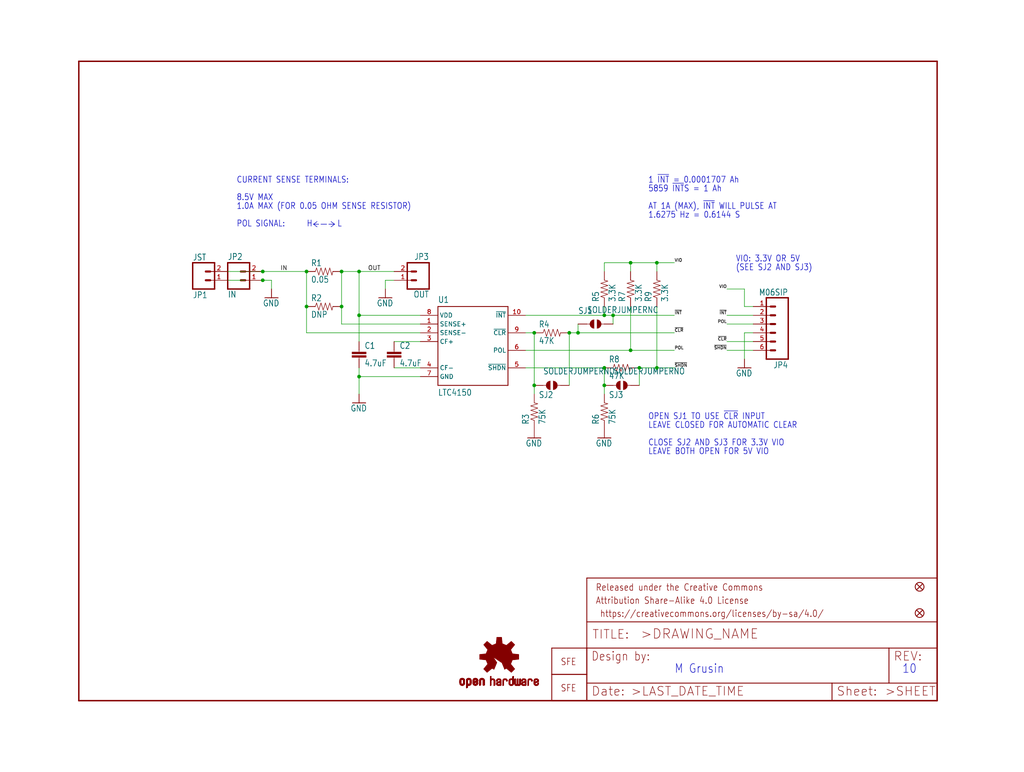
<source format=kicad_sch>
(kicad_sch (version 20211123) (generator eeschema)
  (paper "User" 297.002 223.926)
  (lib_symbols
    (symbol "eagleSchem-eagle-import:CAP0603-CAP"
      (property "Reference" "C" (at 1.524 2.921 0))
      (property "Value" "CAP0603-CAP" (at 1.524 -2.159 0))
      (symbol "CAP0603-CAP_1_0"
        (pin passive line (at 0 5.08 270) (length 2.54) (name "1") (number "1"))
        (pin passive line (at 0 -2.54 90) (length 2.54) (name "2") (number "2"))
      )
    )
    (symbol "eagleSchem-eagle-import:FIDUCIAL1X2")
    (symbol "eagleSchem-eagle-import:FRAME-LETTER"
      (symbol "FRAME-LETTER_2_0"
        (text " https://creativecommons.org/licenses/by-sa/4.0/" (at 2.54 24.13 0) (effects (font (size 1.9304 1.6408)) (justify left bottom)))
        (text ">DRAWING_NAME" (at 15.494 17.78 0) (effects (font (size 2.7432 2.7432)) (justify left bottom)))
        (text ">LAST_DATE_TIME" (at 12.7 1.27 0) (effects (font (size 2.54 2.54)) (justify left bottom)))
        (text ">SHEET" (at 86.36 1.27 0) (effects (font (size 2.54 2.54)) (justify left bottom)))
        (text "Attribution Share-Alike 4.0 License" (at 2.54 27.94 0) (effects (font (size 1.9304 1.6408)) (justify left bottom)))
        (text "Date:" (at 1.27 1.27 0) (effects (font (size 2.54 2.54)) (justify left bottom)))
        (text "Design by:" (at 1.27 11.43 0) (effects (font (size 2.54 2.159)) (justify left bottom)))
        (text "Released under the Creative Commons" (at 2.54 31.75 0) (effects (font (size 1.9304 1.6408)) (justify left bottom)))
        (text "REV:" (at 88.9 11.43 0) (effects (font (size 2.54 2.54)) (justify left bottom)))
        (text "Sheet:" (at 72.39 1.27 0) (effects (font (size 2.54 2.54)) (justify left bottom)))
        (text "TITLE:" (at 1.524 17.78 0) (effects (font (size 2.54 2.54)) (justify left bottom)))
      )
    )
    (symbol "eagleSchem-eagle-import:GND" (power)
      (property "Value" "GND" (at -2.54 -2.54 0))
      (symbol "GND_1_0"
        (pin power_in line (at 0 2.54 270) (length 2.54) (name "GND") (number "1"))
      )
    )
    (symbol "eagleSchem-eagle-import:LOGO-SFENW2"
      (symbol "LOGO-SFENW2_1_0"
        (text "SFE" (at 0 0 0) (effects (font (size 1.9304 1.6408)) (justify left bottom)))
      )
    )
    (symbol "eagleSchem-eagle-import:LOGO-SFESK"
      (symbol "LOGO-SFESK_1_0"
        (text "SFE" (at 0 0 0) (effects (font (size 1.9304 1.6408)) (justify left bottom)))
      )
    )
    (symbol "eagleSchem-eagle-import:LTC4150"
      (property "Reference" "U" (at -10.16 13.716 0))
      (property "Value" "LTC4150" (at -10.16 -13.208 0))
      (symbol "LTC4150_1_0"
        (pin bidirectional line (at -15.24 7.62 0) (length 5.08) (name "SENSE+") (number "1"))
        (pin bidirectional line (at 15.24 10.16 180) (length 5.08) (name "~{INT}") (number "10"))
        (pin bidirectional line (at -15.24 5.08 0) (length 5.08) (name "SENSE-") (number "2"))
        (pin bidirectional line (at -15.24 2.54 0) (length 5.08) (name "CF+") (number "3"))
        (pin bidirectional line (at -15.24 -5.08 0) (length 5.08) (name "CF-") (number "4"))
        (pin input line (at 15.24 -5.08 180) (length 5.08) (name "~{SHDN}") (number "5"))
        (pin bidirectional line (at 15.24 0 180) (length 5.08) (name "POL") (number "6"))
        (pin power_in line (at -15.24 -7.62 0) (length 5.08) (name "GND") (number "7"))
        (pin power_in line (at -15.24 10.16 0) (length 5.08) (name "VDD") (number "8"))
        (pin bidirectional line (at 15.24 5.08 180) (length 5.08) (name "~{CLR}") (number "9"))
      )
    )
    (symbol "eagleSchem-eagle-import:M02-JST-2MM-SMT"
      (property "Reference" "JP" (at -2.54 5.842 0))
      (property "Value" "M02-JST-2MM-SMT" (at -2.54 -5.08 0))
      (symbol "M02-JST-2MM-SMT_1_0"
        (pin passive line (at 7.62 2.54 180) (length 5.08) (name "2") (number "1"))
        (pin passive line (at 7.62 0 180) (length 5.08) (name "1") (number "2"))
      )
    )
    (symbol "eagleSchem-eagle-import:M02PTH"
      (property "Reference" "JP" (at -2.54 5.842 0))
      (property "Value" "M02PTH" (at -2.54 -5.08 0))
      (symbol "M02PTH_1_0"
        (pin passive line (at 7.62 0 180) (length 5.08) (name "1") (number "1"))
        (pin passive line (at 7.62 2.54 180) (length 5.08) (name "2") (number "2"))
      )
    )
    (symbol "eagleSchem-eagle-import:M06SIP"
      (property "Reference" "JP" (at -5.08 10.922 0))
      (property "Value" "M06SIP" (at -5.08 -10.16 0))
      (symbol "M06SIP_1_0"
        (pin passive line (at 5.08 -5.08 180) (length 5.08) (name "1") (number "1"))
        (pin passive line (at 5.08 -2.54 180) (length 5.08) (name "2") (number "2"))
        (pin passive line (at 5.08 0 180) (length 5.08) (name "3") (number "3"))
        (pin passive line (at 5.08 2.54 180) (length 5.08) (name "4") (number "4"))
        (pin passive line (at 5.08 5.08 180) (length 5.08) (name "5") (number "5"))
        (pin passive line (at 5.08 7.62 180) (length 5.08) (name "6") (number "6"))
      )
    )
    (symbol "eagleSchem-eagle-import:OSHW-LOGOS")
    (symbol "eagleSchem-eagle-import:RESISTOR0603-RES"
      (property "Reference" "R" (at -3.81 1.4986 0))
      (property "Value" "RESISTOR0603-RES" (at -3.81 -3.302 0))
      (symbol "RESISTOR0603-RES_1_0"
        (pin passive line (at -5.08 0 0) (length 2.54) (name "1") (number "1"))
        (pin passive line (at 5.08 0 180) (length 2.54) (name "2") (number "2"))
      )
    )
    (symbol "eagleSchem-eagle-import:RESISTOR1206"
      (property "Reference" "R" (at -3.81 1.4986 0))
      (property "Value" "RESISTOR1206" (at -3.81 -3.302 0))
      (symbol "RESISTOR1206_1_0"
        (pin passive line (at -5.08 0 0) (length 2.54) (name "1") (number "1"))
        (pin passive line (at 5.08 0 180) (length 2.54) (name "2") (number "2"))
      )
    )
    (symbol "eagleSchem-eagle-import:RESISTORAXIAL-0.3"
      (property "Reference" "R" (at -3.81 1.4986 0))
      (property "Value" "RESISTORAXIAL-0.3" (at -3.81 -3.302 0))
      (symbol "RESISTORAXIAL-0.3_1_0"
        (pin passive line (at -5.08 0 0) (length 2.54) (name "1") (number "P$1"))
        (pin passive line (at 5.08 0 180) (length 2.54) (name "2") (number "P$2"))
      )
    )
    (symbol "eagleSchem-eagle-import:SOLDERJUMPERNC"
      (property "Reference" "SJ" (at -2.54 2.54 0))
      (property "Value" "SOLDERJUMPERNC" (at -2.54 -5.08 0))
      (symbol "SOLDERJUMPERNC_1_0"
        (pin passive line (at -5.08 0 0) (length 2.54) (name "1") (number "1"))
        (pin passive line (at 5.08 0 180) (length 2.54) (name "2") (number "2"))
      )
    )
    (symbol "eagleSchem-eagle-import:SOLDERJUMPERNO"
      (property "Reference" "SJ" (at -2.54 2.54 0))
      (property "Value" "SOLDERJUMPERNO" (at -2.54 -5.08 0))
      (symbol "SOLDERJUMPERNO_1_0"
        (pin passive line (at -5.08 0 0) (length 2.54) (name "1") (number "1"))
        (pin passive line (at 5.08 0 180) (length 2.54) (name "2") (number "2"))
      )
    )
  )
  (junction (at 154.94 111.76))
  (junction (at 154.94 96.52))
  (junction (at 88.9 78.74))
  (junction (at 88.9 88.9))
  (junction (at 177.8 91.44))
  (junction (at 99.06 78.74))
  (junction (at 76.2 81.28))
  (junction (at 104.14 91.44))
  (junction (at 185.42 106.68))
  (junction (at 167.64 96.52))
  (junction (at 104.14 78.74))
  (junction (at 175.26 91.44))
  (junction (at 175.26 106.68))
  (junction (at 190.5 76.2))
  (junction (at 76.2 78.74))
  (junction (at 182.88 101.6))
  (junction (at 104.14 109.22))
  (junction (at 99.06 88.9))
  (junction (at 190.5 106.68))
  (junction (at 175.26 111.76))
  (junction (at 182.88 76.2))
  (junction (at 165.1 96.52))
  (wire (pts (xy 154.94 114.3) (xy 154.94 111.76)))
  (wire (pts (xy 175.26 91.44) (xy 177.8 91.44)))
  (wire (pts (xy 177.8 93.98) (xy 177.8 91.44)))
  (wire (pts (xy 99.06 93.98) (xy 121.92 93.98)))
  (wire (pts (xy 215.9 104.14) (xy 215.9 96.52)))
  (wire (pts (xy 99.06 88.9) (xy 99.06 93.98)))
  (wire (pts (xy 182.88 88.9) (xy 182.88 101.6)))
  (wire (pts (xy 175.26 88.9) (xy 175.26 91.44)))
  (wire (pts (xy 121.92 96.52) (xy 88.9 96.52)))
  (wire (pts (xy 104.14 109.22) (xy 104.14 106.68)))
  (wire (pts (xy 78.74 81.28) (xy 76.2 81.28)))
  (wire (pts (xy 88.9 88.9) (xy 88.9 96.52)))
  (wire (pts (xy 114.3 99.06) (xy 121.92 99.06)))
  (polyline (pts (xy 90.932 65.024) (xy 91.948 65.786)))
  (wire (pts (xy 114.3 81.28) (xy 111.76 81.28)))
  (wire (pts (xy 76.2 78.74) (xy 88.9 78.74)))
  (wire (pts (xy 175.26 78.74) (xy 175.26 76.2)))
  (wire (pts (xy 175.26 106.68) (xy 152.4 106.68)))
  (wire (pts (xy 215.9 96.52) (xy 218.44 96.52)))
  (wire (pts (xy 154.94 111.76) (xy 154.94 96.52)))
  (wire (pts (xy 165.1 96.52) (xy 167.64 96.52)))
  (wire (pts (xy 78.74 81.28) (xy 78.74 83.82)))
  (wire (pts (xy 114.3 78.74) (xy 104.14 78.74)))
  (wire (pts (xy 182.88 101.6) (xy 195.58 101.6)))
  (wire (pts (xy 104.14 91.44) (xy 121.92 91.44)))
  (wire (pts (xy 177.8 91.44) (xy 195.58 91.44)))
  (wire (pts (xy 218.44 101.6) (xy 210.82 101.6)))
  (wire (pts (xy 185.42 106.68) (xy 190.5 106.68)))
  (wire (pts (xy 175.26 76.2) (xy 182.88 76.2)))
  (wire (pts (xy 218.44 99.06) (xy 210.82 99.06)))
  (wire (pts (xy 167.64 96.52) (xy 195.58 96.52)))
  (wire (pts (xy 190.5 88.9) (xy 190.5 106.68)))
  (wire (pts (xy 165.1 96.52) (xy 165.1 111.76)))
  (wire (pts (xy 215.9 88.9) (xy 215.9 83.82)))
  (wire (pts (xy 182.88 76.2) (xy 190.5 76.2)))
  (wire (pts (xy 104.14 91.44) (xy 104.14 78.74)))
  (polyline (pts (xy 90.932 65.024) (xy 91.948 64.262)))
  (wire (pts (xy 175.26 114.3) (xy 175.26 111.76)))
  (wire (pts (xy 215.9 83.82) (xy 210.82 83.82)))
  (wire (pts (xy 121.92 109.22) (xy 104.14 109.22)))
  (polyline (pts (xy 97.028 65.024) (xy 96.012 65.786)))
  (wire (pts (xy 99.06 78.74) (xy 99.06 88.9)))
  (polyline (pts (xy 96.012 64.262) (xy 97.028 65.024)))
  (wire (pts (xy 104.14 109.22) (xy 104.14 114.3)))
  (wire (pts (xy 218.44 93.98) (xy 210.82 93.98)))
  (wire (pts (xy 167.64 93.98) (xy 167.64 96.52)))
  (wire (pts (xy 218.44 88.9) (xy 215.9 88.9)))
  (wire (pts (xy 182.88 78.74) (xy 182.88 76.2)))
  (wire (pts (xy 190.5 106.68) (xy 195.58 106.68)))
  (wire (pts (xy 99.06 78.74) (xy 104.14 78.74)))
  (wire (pts (xy 154.94 96.52) (xy 152.4 96.52)))
  (wire (pts (xy 185.42 111.76) (xy 185.42 106.68)))
  (wire (pts (xy 111.76 81.28) (xy 111.76 83.82)))
  (polyline (pts (xy 97.028 65.024) (xy 90.932 65.024)))
  (wire (pts (xy 152.4 91.44) (xy 175.26 91.44)))
  (wire (pts (xy 88.9 88.9) (xy 88.9 78.74)))
  (wire (pts (xy 175.26 106.68) (xy 175.26 111.76)))
  (wire (pts (xy 66.04 78.74) (xy 76.2 78.74)))
  (wire (pts (xy 152.4 101.6) (xy 182.88 101.6)))
  (wire (pts (xy 190.5 78.74) (xy 190.5 76.2)))
  (wire (pts (xy 218.44 91.44) (xy 210.82 91.44)))
  (wire (pts (xy 66.04 81.28) (xy 76.2 81.28)))
  (wire (pts (xy 104.14 99.06) (xy 104.14 91.44)))
  (wire (pts (xy 121.92 106.68) (xy 114.3 106.68)))
  (wire (pts (xy 190.5 76.2) (xy 195.58 76.2)))
  (text "10" (at 261.62 195.58 180) (effects (font (size 2.54 2.159)) (justify left bottom)))
  (text "M Grusin" (at 195.58 195.58 180) (effects (font (size 2.54 2.159)) (justify left bottom)))
  (text "(SEE SJ2 AND SJ3)" (at 213.36 78.74 180) (effects (font (size 1.778 1.5113)) (justify left bottom)))
  (text "CLOSE SJ2 AND SJ3 FOR 3.3V VIO" (at 187.96 129.54 180) (effects (font (size 1.778 1.5113)) (justify left bottom)))
  (text "POL SIGNAL:" (at 68.58 66.04 180) (effects (font (size 1.778 1.5113)) (justify left bottom)))
  (text "VIO: 3.3V OR 5V" (at 213.36 76.2 180) (effects (font (size 1.778 1.5113)) (justify left bottom)))
  (text "H" (at 88.9 66.04 180) (effects (font (size 1.778 1.5113)) (justify left bottom)))
  (text "1.0A MAX (FOR 0.05 OHM SENSE RESISTOR)" (at 68.58 60.96 180) (effects (font (size 1.778 1.5113)) (justify left bottom)))
  (text "OPEN SJ1 TO USE ~{CLR} INPUT" (at 187.96 121.92 180) (effects (font (size 1.778 1.5113)) (justify left bottom)))
  (text "LEAVE CLOSED FOR AUTOMATIC CLEAR" (at 187.96 124.46 180) (effects (font (size 1.778 1.5113)) (justify left bottom)))
  (text "8.5V MAX" (at 68.58 58.42 180) (effects (font (size 1.778 1.5113)) (justify left bottom)))
  (text "5859 ~{INT}S = 1 Ah" (at 187.96 55.88 180) (effects (font (size 1.778 1.5113)) (justify left bottom)))
  (text "1 ~{INT} = 0.0001707 Ah" (at 187.96 53.34 180) (effects (font (size 1.778 1.5113)) (justify left bottom)))
  (text "L" (at 97.79 66.04 180) (effects (font (size 1.778 1.5113)) (justify left bottom)))
  (text "LEAVE BOTH OPEN FOR 5V VIO" (at 187.96 132.08 180) (effects (font (size 1.778 1.5113)) (justify left bottom)))
  (text "1.6275 Hz = 0.6144 S" (at 187.96 63.5 180) (effects (font (size 1.778 1.5113)) (justify left bottom)))
  (text "CURRENT SENSE TERMINALS:" (at 68.58 53.34 180) (effects (font (size 1.778 1.5113)) (justify left bottom)))
  (text "AT 1A (MAX), ~{INT} WILL PULSE AT" (at 187.96 60.96 180) (effects (font (size 1.778 1.5113)) (justify left bottom)))
  (label "~{SHDN}" (at 210.82 101.6 180) (effects (font (size 0.889 0.889))))
  (label "OUT" (at 106.68 78.74 0) (effects (font (size 1.2446 1.2446))))
  (label "~{INT}" (at 195.58 91.44 0) (effects (font (size 0.889 0.889))))
  (label "~{CLR}" (at 195.58 96.52 0) (effects (font (size 0.889 0.889))))
  (label "POL" (at 210.82 93.98 180) (effects (font (size 0.889 0.889))))
  (label "~{SHDN}" (at 195.58 106.68 0) (effects (font (size 0.889 0.889))))
  (label "VIO" (at 195.58 76.2 0) (effects (font (size 0.889 0.889))))
  (label "IN" (at 81.28 78.74 0) (effects (font (size 1.2446 1.2446))))
  (label "VIO" (at 210.82 83.82 180) (effects (font (size 0.889 0.889))))
  (label "~{CLR}" (at 210.82 99.06 180) (effects (font (size 0.889 0.889))))
  (label "~{INT}" (at 210.82 91.44 180) (effects (font (size 0.889 0.889))))
  (label "POL" (at 195.58 101.6 0) (effects (font (size 0.889 0.889))))
  (symbol (lib_id "eagleSchem-eagle-import:SOLDERJUMPERNO") (at 180.34 111.76 0) (mirror x) (unit 1)
    (property "Reference" "SJ3" (at 176.53 113.538 0) (effects (font (size 1.778 1.5113)) (justify left bottom)))
    (property "Value" "SOLDERJUMPERNO" (at 177.8 106.68 0) (effects (font (size 1.778 1.5113)) (justify left bottom)))
    (property "Footprint" "eagleSchem:SJ_2S-NO" (effects hide))
  )
  (symbol (lib_id "eagleSchem-eagle-import:CAP0603-CAP") (at 104.14 104.14 0) (unit 1)
    (property "Reference" "C1" (at 105.664 101.219 0) (effects (font (size 1.778 1.5113)) (justify left bottom)))
    (property "Value" "4.7uF" (at 105.664 106.299 0) (effects (font (size 1.778 1.5113)) (justify left bottom)))
    (property "Footprint" "eagleSchem:0603-CAP" (effects hide))
  )
  (symbol (lib_id "eagleSchem-eagle-import:RESISTOR0603-RES") (at 175.26 83.82 90) (unit 1)
    (property "Reference" "R5" (at 173.7614 87.63 0) (effects (font (size 1.778 1.5113)) (justify left bottom)))
    (property "Value" "3.3K" (at 178.562 87.63 0) (effects (font (size 1.778 1.5113)) (justify left bottom)))
    (property "Footprint" "eagleSchem:0603-RES" (effects hide))
  )
  (symbol (lib_id "eagleSchem-eagle-import:LOGO-SFENW2") (at 162.56 193.04 0) (unit 1)
    (property "Reference" "LOGO2" (effects hide))
    (property "Value" "LOGO-SFENW2" (effects hide))
    (property "Footprint" "eagleSchem:SFE-NEW-WEB" (effects hide))
  )
  (symbol (lib_id "eagleSchem-eagle-import:RESISTOR0603-RES") (at 160.02 96.52 0) (unit 1)
    (property "Reference" "R4" (at 156.21 95.0214 0) (effects (font (size 1.778 1.5113)) (justify left bottom)))
    (property "Value" "47K" (at 156.21 99.822 0) (effects (font (size 1.778 1.5113)) (justify left bottom)))
    (property "Footprint" "eagleSchem:0603-RES" (effects hide))
  )
  (symbol (lib_id "eagleSchem-eagle-import:SOLDERJUMPERNC") (at 172.72 93.98 0) (mirror x) (unit 1)
    (property "Reference" "SJ1" (at 167.64 89.154 0) (effects (font (size 1.778 1.5113)) (justify left bottom)))
    (property "Value" "SOLDERJUMPERNC" (at 170.18 88.9 0) (effects (font (size 1.778 1.5113)) (justify left bottom)))
    (property "Footprint" "eagleSchem:SJ_2S" (effects hide))
  )
  (symbol (lib_id "eagleSchem-eagle-import:RESISTOR1206") (at 93.98 78.74 0) (unit 1)
    (property "Reference" "R1" (at 90.17 77.2414 0) (effects (font (size 1.778 1.5113)) (justify left bottom)))
    (property "Value" "0.05" (at 90.17 82.042 0) (effects (font (size 1.778 1.5113)) (justify left bottom)))
    (property "Footprint" "eagleSchem:1206" (effects hide))
  )
  (symbol (lib_id "eagleSchem-eagle-import:FRAME-LETTER") (at 170.18 203.2 0) (unit 2)
    (property "Reference" "FRAME1" (effects hide))
    (property "Value" "FRAME-LETTER" (effects hide))
    (property "Footprint" "eagleSchem:CREATIVE_COMMONS" (effects hide))
  )
  (symbol (lib_id "eagleSchem-eagle-import:RESISTORAXIAL-0.3") (at 93.98 88.9 0) (unit 1)
    (property "Reference" "R2" (at 90.17 87.4014 0) (effects (font (size 1.778 1.5113)) (justify left bottom)))
    (property "Value" "DNP" (at 90.17 92.202 0) (effects (font (size 1.778 1.5113)) (justify left bottom)))
    (property "Footprint" "eagleSchem:AXIAL-0.3" (effects hide))
  )
  (symbol (lib_id "eagleSchem-eagle-import:GND") (at 78.74 86.36 0) (unit 1)
    (property "Reference" "#GND4" (effects hide))
    (property "Value" "GND" (at 76.2 88.9 0) (effects (font (size 1.778 1.5113)) (justify left bottom)))
    (property "Footprint" "eagleSchem:" (effects hide))
  )
  (symbol (lib_id "eagleSchem-eagle-import:GND") (at 104.14 116.84 0) (unit 1)
    (property "Reference" "#GND3" (effects hide))
    (property "Value" "GND" (at 101.6 119.38 0) (effects (font (size 1.778 1.5113)) (justify left bottom)))
    (property "Footprint" "eagleSchem:" (effects hide))
  )
  (symbol (lib_id "eagleSchem-eagle-import:LOGO-SFESK") (at 162.56 200.66 0) (unit 1)
    (property "Reference" "LOGO3" (effects hide))
    (property "Value" "LOGO-SFESK" (effects hide))
    (property "Footprint" "eagleSchem:SFE-LOGO-FLAME" (effects hide))
  )
  (symbol (lib_id "eagleSchem-eagle-import:RESISTOR0603-RES") (at 182.88 83.82 90) (unit 1)
    (property "Reference" "R7" (at 181.3814 87.63 0) (effects (font (size 1.778 1.5113)) (justify left bottom)))
    (property "Value" "3.3K" (at 186.182 87.63 0) (effects (font (size 1.778 1.5113)) (justify left bottom)))
    (property "Footprint" "eagleSchem:0603-RES" (effects hide))
  )
  (symbol (lib_id "eagleSchem-eagle-import:M02PTH") (at 121.92 81.28 0) (mirror y) (unit 1)
    (property "Reference" "JP3" (at 124.46 75.438 0) (effects (font (size 1.778 1.5113)) (justify left bottom)))
    (property "Value" "OUT" (at 124.46 86.36 0) (effects (font (size 1.778 1.5113)) (justify left bottom)))
    (property "Footprint" "eagleSchem:1X02" (effects hide))
  )
  (symbol (lib_id "eagleSchem-eagle-import:M02PTH") (at 68.58 81.28 0) (unit 1)
    (property "Reference" "JP2" (at 66.04 75.438 0) (effects (font (size 1.778 1.5113)) (justify left bottom)))
    (property "Value" "IN" (at 66.04 86.36 0) (effects (font (size 1.778 1.5113)) (justify left bottom)))
    (property "Footprint" "eagleSchem:1X02" (effects hide))
  )
  (symbol (lib_id "eagleSchem-eagle-import:GND") (at 111.76 86.36 0) (unit 1)
    (property "Reference" "#GND5" (effects hide))
    (property "Value" "GND" (at 109.22 88.9 0) (effects (font (size 1.778 1.5113)) (justify left bottom)))
    (property "Footprint" "eagleSchem:" (effects hide))
  )
  (symbol (lib_id "eagleSchem-eagle-import:M06SIP") (at 223.52 93.98 180) (unit 1)
    (property "Reference" "JP4" (at 228.6 104.902 0) (effects (font (size 1.778 1.5113)) (justify left bottom)))
    (property "Value" "M06SIP" (at 228.6 83.82 0) (effects (font (size 1.778 1.5113)) (justify left bottom)))
    (property "Footprint" "eagleSchem:1X06" (effects hide))
  )
  (symbol (lib_id "eagleSchem-eagle-import:FRAME-LETTER") (at 22.86 203.2 0) (unit 1)
    (property "Reference" "FRAME1" (effects hide))
    (property "Value" "FRAME-LETTER" (effects hide))
    (property "Footprint" "eagleSchem:CREATIVE_COMMONS" (effects hide))
  )
  (symbol (lib_id "eagleSchem-eagle-import:GND") (at 175.26 127 0) (unit 1)
    (property "Reference" "#GND2" (effects hide))
    (property "Value" "GND" (at 172.72 129.54 0) (effects (font (size 1.778 1.5113)) (justify left bottom)))
    (property "Footprint" "eagleSchem:" (effects hide))
  )
  (symbol (lib_id "eagleSchem-eagle-import:LTC4150") (at 137.16 101.6 0) (unit 1)
    (property "Reference" "U1" (at 127 87.884 0) (effects (font (size 1.778 1.5113)) (justify left bottom)))
    (property "Value" "LTC4150" (at 127 114.808 0) (effects (font (size 1.778 1.5113)) (justify left bottom)))
    (property "Footprint" "eagleSchem:MSOP10" (effects hide))
  )
  (symbol (lib_id "eagleSchem-eagle-import:CAP0603-CAP") (at 114.3 104.14 0) (unit 1)
    (property "Reference" "C2" (at 115.824 101.219 0) (effects (font (size 1.778 1.5113)) (justify left bottom)))
    (property "Value" "4.7uF" (at 115.824 106.299 0) (effects (font (size 1.778 1.5113)) (justify left bottom)))
    (property "Footprint" "eagleSchem:0603-CAP" (effects hide))
  )
  (symbol (lib_id "eagleSchem-eagle-import:RESISTOR0603-RES") (at 190.5 83.82 90) (unit 1)
    (property "Reference" "R9" (at 189.0014 87.63 0) (effects (font (size 1.778 1.5113)) (justify left bottom)))
    (property "Value" "3.3K" (at 193.802 87.63 0) (effects (font (size 1.778 1.5113)) (justify left bottom)))
    (property "Footprint" "eagleSchem:0603-RES" (effects hide))
  )
  (symbol (lib_id "eagleSchem-eagle-import:FIDUCIAL1X2") (at 266.7 177.8 0) (unit 1)
    (property "Reference" "FID2" (effects hide))
    (property "Value" "FIDUCIAL1X2" (effects hide))
    (property "Footprint" "eagleSchem:FIDUCIAL-1X2" (effects hide))
  )
  (symbol (lib_id "eagleSchem-eagle-import:GND") (at 215.9 106.68 0) (unit 1)
    (property "Reference" "#GND6" (effects hide))
    (property "Value" "GND" (at 213.36 109.22 0) (effects (font (size 1.778 1.5113)) (justify left bottom)))
    (property "Footprint" "eagleSchem:" (effects hide))
  )
  (symbol (lib_id "eagleSchem-eagle-import:FIDUCIAL1X2") (at 266.7 170.18 0) (unit 1)
    (property "Reference" "FID1" (effects hide))
    (property "Value" "FIDUCIAL1X2" (effects hide))
    (property "Footprint" "eagleSchem:FIDUCIAL-1X2" (effects hide))
  )
  (symbol (lib_id "eagleSchem-eagle-import:RESISTOR0603-RES") (at 175.26 119.38 90) (unit 1)
    (property "Reference" "R6" (at 173.7614 123.19 0) (effects (font (size 1.778 1.5113)) (justify left bottom)))
    (property "Value" "75K" (at 178.562 123.19 0) (effects (font (size 1.778 1.5113)) (justify left bottom)))
    (property "Footprint" "eagleSchem:0603-RES" (effects hide))
  )
  (symbol (lib_id "eagleSchem-eagle-import:GND") (at 154.94 127 0) (unit 1)
    (property "Reference" "#GND1" (effects hide))
    (property "Value" "GND" (at 152.4 129.54 0) (effects (font (size 1.778 1.5113)) (justify left bottom)))
    (property "Footprint" "eagleSchem:" (effects hide))
  )
  (symbol (lib_id "eagleSchem-eagle-import:M02-JST-2MM-SMT") (at 58.42 78.74 0) (mirror x) (unit 1)
    (property "Reference" "JP1" (at 55.88 84.582 0) (effects (font (size 1.778 1.5113)) (justify left bottom)))
    (property "Value" "JST" (at 55.88 73.66 0) (effects (font (size 1.778 1.5113)) (justify left bottom)))
    (property "Footprint" "eagleSchem:JST-2-SMD" (effects hide))
  )
  (symbol (lib_id "eagleSchem-eagle-import:RESISTOR0603-RES") (at 180.34 106.68 0) (unit 1)
    (property "Reference" "R8" (at 176.53 105.1814 0) (effects (font (size 1.778 1.5113)) (justify left bottom)))
    (property "Value" "47K" (at 176.53 109.982 0) (effects (font (size 1.778 1.5113)) (justify left bottom)))
    (property "Footprint" "eagleSchem:0603-RES" (effects hide))
  )
  (symbol (lib_id "eagleSchem-eagle-import:RESISTOR0603-RES") (at 154.94 119.38 90) (unit 1)
    (property "Reference" "R3" (at 153.4414 123.19 0) (effects (font (size 1.778 1.5113)) (justify left bottom)))
    (property "Value" "75K" (at 158.242 123.19 0) (effects (font (size 1.778 1.5113)) (justify left bottom)))
    (property "Footprint" "eagleSchem:0603-RES" (effects hide))
  )
  (symbol (lib_id "eagleSchem-eagle-import:SOLDERJUMPERNO") (at 160.02 111.76 0) (mirror x) (unit 1)
    (property "Reference" "SJ2" (at 156.21 113.538 0) (effects (font (size 1.778 1.5113)) (justify left bottom)))
    (property "Value" "SOLDERJUMPERNO" (at 157.48 106.68 0) (effects (font (size 1.778 1.5113)) (justify left bottom)))
    (property "Footprint" "eagleSchem:SJ_2S-NO" (effects hide))
  )
  (symbol (lib_id "eagleSchem-eagle-import:OSHW-LOGOS") (at 144.78 190.5 0) (unit 1)
    (property "Reference" "LOGO1" (effects hide))
    (property "Value" "OSHW-LOGOS" (effects hide))
    (property "Footprint" "eagleSchem:OSHW-LOGO-S" (effects hide))
  )
)
</source>
